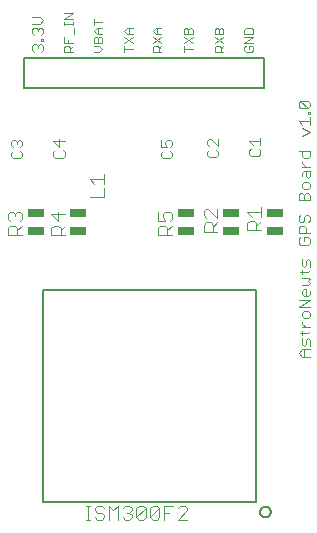
<source format=gto>
G75*
%MOIN*%
%OFA0B0*%
%FSLAX25Y25*%
%IPPOS*%
%LPD*%
%AMOC8*
5,1,8,0,0,1.08239X$1,22.5*
%
%ADD10C,0.00300*%
%ADD11C,0.00500*%
%ADD12C,0.00400*%
%ADD13R,0.05512X0.02559*%
D10*
X0013190Y0124430D02*
X0012573Y0125048D01*
X0012573Y0126282D01*
X0013190Y0126899D01*
X0013190Y0128113D02*
X0012573Y0128731D01*
X0012573Y0129965D01*
X0013190Y0130582D01*
X0013807Y0130582D01*
X0014424Y0129965D01*
X0015042Y0130582D01*
X0015659Y0130582D01*
X0016276Y0129965D01*
X0016276Y0128731D01*
X0015659Y0128113D01*
X0015659Y0126899D02*
X0016276Y0126282D01*
X0016276Y0125048D01*
X0015659Y0124430D01*
X0013190Y0124430D01*
X0014424Y0129348D02*
X0014424Y0129965D01*
X0026667Y0130201D02*
X0028519Y0128350D01*
X0028519Y0130818D01*
X0030370Y0130201D02*
X0026667Y0130201D01*
X0027285Y0127135D02*
X0026667Y0126518D01*
X0026667Y0125284D01*
X0027285Y0124667D01*
X0029753Y0124667D01*
X0030370Y0125284D01*
X0030370Y0126518D01*
X0029753Y0127135D01*
X0030244Y0160021D02*
X0030244Y0161472D01*
X0030727Y0161956D01*
X0031695Y0161956D01*
X0032179Y0161472D01*
X0032179Y0160021D01*
X0033146Y0160021D02*
X0030244Y0160021D01*
X0032179Y0160988D02*
X0033146Y0161956D01*
X0033146Y0162967D02*
X0030244Y0162967D01*
X0030244Y0164902D01*
X0031695Y0163935D02*
X0031695Y0162967D01*
X0033630Y0165914D02*
X0033630Y0167849D01*
X0033146Y0168860D02*
X0033146Y0169828D01*
X0033146Y0169344D02*
X0030244Y0169344D01*
X0030244Y0168860D02*
X0030244Y0169828D01*
X0030244Y0170825D02*
X0033146Y0172760D01*
X0030244Y0172760D01*
X0030244Y0170825D02*
X0033146Y0170825D01*
X0040086Y0170795D02*
X0040086Y0168860D01*
X0040086Y0169828D02*
X0042989Y0169828D01*
X0042989Y0167849D02*
X0041054Y0167849D01*
X0040086Y0166881D01*
X0041054Y0165914D01*
X0042989Y0165914D01*
X0042505Y0164902D02*
X0042989Y0164419D01*
X0042989Y0162967D01*
X0040086Y0162967D01*
X0040086Y0164419D01*
X0040570Y0164902D01*
X0041054Y0164902D01*
X0041537Y0164419D01*
X0041537Y0162967D01*
X0042021Y0161956D02*
X0040086Y0161956D01*
X0040086Y0160021D02*
X0042021Y0160021D01*
X0042989Y0160988D01*
X0042021Y0161956D01*
X0041537Y0164419D02*
X0042021Y0164902D01*
X0042505Y0164902D01*
X0041537Y0165914D02*
X0041537Y0167849D01*
X0050322Y0166881D02*
X0051290Y0167849D01*
X0053225Y0167849D01*
X0051774Y0167849D02*
X0051774Y0165914D01*
X0051290Y0165914D02*
X0050322Y0166881D01*
X0051290Y0165914D02*
X0053225Y0165914D01*
X0053225Y0164902D02*
X0050322Y0162967D01*
X0050322Y0161956D02*
X0050322Y0160021D01*
X0050322Y0160988D02*
X0053225Y0160988D01*
X0053225Y0162967D02*
X0050322Y0164902D01*
X0059771Y0164902D02*
X0062674Y0162967D01*
X0062674Y0161956D02*
X0061706Y0160988D01*
X0061706Y0161472D02*
X0061706Y0160021D01*
X0062674Y0160021D02*
X0059771Y0160021D01*
X0059771Y0161472D01*
X0060255Y0161956D01*
X0061222Y0161956D01*
X0061706Y0161472D01*
X0059771Y0162967D02*
X0062674Y0164902D01*
X0062674Y0165914D02*
X0060739Y0165914D01*
X0059771Y0166881D01*
X0060739Y0167849D01*
X0062674Y0167849D01*
X0061222Y0167849D02*
X0061222Y0165914D01*
X0070204Y0165914D02*
X0070204Y0167365D01*
X0070688Y0167849D01*
X0071172Y0167849D01*
X0071655Y0167365D01*
X0071655Y0165914D01*
X0070204Y0165914D02*
X0073107Y0165914D01*
X0073107Y0167365D01*
X0072623Y0167849D01*
X0072139Y0167849D01*
X0071655Y0167365D01*
X0070204Y0164902D02*
X0073107Y0162967D01*
X0073107Y0164902D02*
X0070204Y0162967D01*
X0070204Y0161956D02*
X0070204Y0160021D01*
X0070204Y0160988D02*
X0073107Y0160988D01*
X0080440Y0161472D02*
X0080440Y0160021D01*
X0083343Y0160021D01*
X0082375Y0160021D02*
X0082375Y0161472D01*
X0081892Y0161956D01*
X0080924Y0161956D01*
X0080440Y0161472D01*
X0080440Y0162967D02*
X0083343Y0164902D01*
X0083343Y0165914D02*
X0083343Y0167365D01*
X0082859Y0167849D01*
X0082375Y0167849D01*
X0081892Y0167365D01*
X0081892Y0165914D01*
X0083343Y0165914D02*
X0080440Y0165914D01*
X0080440Y0167365D01*
X0080924Y0167849D01*
X0081408Y0167849D01*
X0081892Y0167365D01*
X0080440Y0164902D02*
X0083343Y0162967D01*
X0083343Y0161956D02*
X0082375Y0160988D01*
X0090283Y0160505D02*
X0090767Y0160021D01*
X0092702Y0160021D01*
X0093185Y0160505D01*
X0093185Y0161472D01*
X0092702Y0161956D01*
X0091734Y0161956D01*
X0091734Y0160988D01*
X0090767Y0161956D02*
X0090283Y0161472D01*
X0090283Y0160505D01*
X0090283Y0162967D02*
X0093185Y0164902D01*
X0090283Y0164902D01*
X0090283Y0165914D02*
X0090283Y0167365D01*
X0090767Y0167849D01*
X0092702Y0167849D01*
X0093185Y0167365D01*
X0093185Y0165914D01*
X0090283Y0165914D01*
X0090283Y0162967D02*
X0093185Y0162967D01*
X0108997Y0143589D02*
X0111466Y0141120D01*
X0112083Y0141737D01*
X0112083Y0142972D01*
X0111466Y0143589D01*
X0108997Y0143589D01*
X0108380Y0142972D01*
X0108380Y0141737D01*
X0108997Y0141120D01*
X0111466Y0141120D01*
X0111466Y0139896D02*
X0112083Y0139896D01*
X0112083Y0139278D01*
X0111466Y0139278D01*
X0111466Y0139896D01*
X0112083Y0138064D02*
X0112083Y0135595D01*
X0112083Y0136830D02*
X0108380Y0136830D01*
X0109614Y0135595D01*
X0109614Y0134381D02*
X0112083Y0133146D01*
X0109614Y0131912D01*
X0109614Y0127015D02*
X0109614Y0125163D01*
X0110231Y0124546D01*
X0111466Y0124546D01*
X0112083Y0125163D01*
X0112083Y0127015D01*
X0108380Y0127015D01*
X0109614Y0123328D02*
X0109614Y0122711D01*
X0110849Y0121477D01*
X0110849Y0120262D02*
X0110849Y0118411D01*
X0111466Y0117793D01*
X0112083Y0118411D01*
X0112083Y0120262D01*
X0110231Y0120262D01*
X0109614Y0119645D01*
X0109614Y0118411D01*
X0110231Y0116579D02*
X0109614Y0115962D01*
X0109614Y0114727D01*
X0110231Y0114110D01*
X0111466Y0114110D01*
X0112083Y0114727D01*
X0112083Y0115962D01*
X0111466Y0116579D01*
X0110231Y0116579D01*
X0109614Y0112896D02*
X0108997Y0112896D01*
X0108380Y0112279D01*
X0108380Y0110427D01*
X0112083Y0110427D01*
X0112083Y0112279D01*
X0111466Y0112896D01*
X0110849Y0112896D01*
X0110231Y0112279D01*
X0110231Y0110427D01*
X0110231Y0112279D02*
X0109614Y0112896D01*
X0108997Y0105530D02*
X0108380Y0104912D01*
X0108380Y0103678D01*
X0108997Y0103061D01*
X0109614Y0103061D01*
X0110231Y0103678D01*
X0110231Y0104912D01*
X0110849Y0105530D01*
X0111466Y0105530D01*
X0112083Y0104912D01*
X0112083Y0103678D01*
X0111466Y0103061D01*
X0110231Y0101846D02*
X0110849Y0101229D01*
X0110849Y0099378D01*
X0112083Y0099378D02*
X0108380Y0099378D01*
X0108380Y0101229D01*
X0108997Y0101846D01*
X0110231Y0101846D01*
X0110231Y0098163D02*
X0110231Y0096929D01*
X0110231Y0098163D02*
X0111466Y0098163D01*
X0112083Y0097546D01*
X0112083Y0096312D01*
X0111466Y0095695D01*
X0108997Y0095695D01*
X0108380Y0096312D01*
X0108380Y0097546D01*
X0108997Y0098163D01*
X0109614Y0090797D02*
X0109614Y0088945D01*
X0110231Y0088328D01*
X0110849Y0088945D01*
X0110849Y0090180D01*
X0111466Y0090797D01*
X0112083Y0090180D01*
X0112083Y0088328D01*
X0112083Y0087107D02*
X0111466Y0086490D01*
X0108997Y0086490D01*
X0109614Y0085873D02*
X0109614Y0087107D01*
X0109614Y0084658D02*
X0111466Y0084658D01*
X0112083Y0084041D01*
X0111466Y0083424D01*
X0112083Y0082807D01*
X0111466Y0082190D01*
X0109614Y0082190D01*
X0110231Y0080975D02*
X0110849Y0080975D01*
X0110849Y0078506D01*
X0111466Y0078506D02*
X0110231Y0078506D01*
X0109614Y0079124D01*
X0109614Y0080358D01*
X0110231Y0080975D01*
X0112083Y0079124D02*
X0111466Y0078506D01*
X0112083Y0079124D02*
X0112083Y0080358D01*
X0112083Y0077292D02*
X0108380Y0077292D01*
X0108380Y0074823D02*
X0112083Y0077292D01*
X0112083Y0074823D02*
X0108380Y0074823D01*
X0109614Y0072992D02*
X0109614Y0071757D01*
X0110231Y0071140D01*
X0111466Y0071140D01*
X0112083Y0071757D01*
X0112083Y0072992D01*
X0111466Y0073609D01*
X0110231Y0073609D01*
X0109614Y0072992D01*
X0109614Y0069923D02*
X0109614Y0069305D01*
X0110849Y0068071D01*
X0112083Y0068071D02*
X0109614Y0068071D01*
X0109614Y0066850D02*
X0109614Y0065616D01*
X0108997Y0066233D02*
X0111466Y0066233D01*
X0112083Y0066850D01*
X0111466Y0064401D02*
X0110849Y0063784D01*
X0110849Y0062550D01*
X0110231Y0061932D01*
X0109614Y0062550D01*
X0109614Y0064401D01*
X0111466Y0064401D02*
X0112083Y0063784D01*
X0112083Y0061932D01*
X0112083Y0060718D02*
X0109614Y0060718D01*
X0108380Y0059484D01*
X0109614Y0058249D01*
X0112083Y0058249D01*
X0110231Y0058249D02*
X0110231Y0060718D01*
X0109614Y0121477D02*
X0112083Y0121477D01*
X0095685Y0125835D02*
X0095685Y0127069D01*
X0095068Y0127686D01*
X0095685Y0128901D02*
X0095685Y0131370D01*
X0095685Y0130135D02*
X0091982Y0130135D01*
X0093217Y0128901D01*
X0092599Y0127686D02*
X0091982Y0127069D01*
X0091982Y0125835D01*
X0092599Y0125218D01*
X0095068Y0125218D01*
X0095685Y0125835D01*
X0081552Y0125441D02*
X0081552Y0126676D01*
X0080934Y0127293D01*
X0081552Y0128507D02*
X0079083Y0130976D01*
X0078466Y0130976D01*
X0077848Y0130359D01*
X0077848Y0129124D01*
X0078466Y0128507D01*
X0078466Y0127293D02*
X0077848Y0126676D01*
X0077848Y0125441D01*
X0078466Y0124824D01*
X0080934Y0124824D01*
X0081552Y0125441D01*
X0081552Y0128507D02*
X0081552Y0130976D01*
X0066237Y0129965D02*
X0066237Y0128731D01*
X0065619Y0128113D01*
X0065619Y0126899D02*
X0066237Y0126282D01*
X0066237Y0125048D01*
X0065619Y0124430D01*
X0063151Y0124430D01*
X0062533Y0125048D01*
X0062533Y0126282D01*
X0063151Y0126899D01*
X0062533Y0128113D02*
X0064385Y0128113D01*
X0063768Y0129348D01*
X0063768Y0129965D01*
X0064385Y0130582D01*
X0065619Y0130582D01*
X0066237Y0129965D01*
X0062533Y0130582D02*
X0062533Y0128113D01*
X0023304Y0160638D02*
X0022686Y0160021D01*
X0023304Y0160638D02*
X0023304Y0161872D01*
X0022686Y0162490D01*
X0022069Y0162490D01*
X0021452Y0161872D01*
X0021452Y0161255D01*
X0021452Y0161872D02*
X0020835Y0162490D01*
X0020218Y0162490D01*
X0019600Y0161872D01*
X0019600Y0160638D01*
X0020218Y0160021D01*
X0022686Y0163704D02*
X0022686Y0164321D01*
X0023304Y0164321D01*
X0023304Y0163704D01*
X0022686Y0163704D01*
X0022686Y0165546D02*
X0023304Y0166163D01*
X0023304Y0167397D01*
X0022686Y0168014D01*
X0022069Y0168014D01*
X0021452Y0167397D01*
X0021452Y0166780D01*
X0021452Y0167397D02*
X0020835Y0168014D01*
X0020218Y0168014D01*
X0019600Y0167397D01*
X0019600Y0166163D01*
X0020218Y0165546D01*
X0019600Y0169229D02*
X0022069Y0169229D01*
X0023304Y0170463D01*
X0022069Y0171698D01*
X0019600Y0171698D01*
D11*
X0023335Y0080619D02*
X0023335Y0009753D01*
X0094202Y0009753D01*
X0094202Y0080619D01*
X0023335Y0080619D01*
X0016879Y0147784D02*
X0016879Y0157784D01*
X0096879Y0157784D01*
X0096879Y0147784D01*
X0016879Y0147784D01*
X0095590Y0006603D02*
X0095592Y0006687D01*
X0095598Y0006770D01*
X0095608Y0006854D01*
X0095622Y0006936D01*
X0095640Y0007018D01*
X0095661Y0007099D01*
X0095687Y0007179D01*
X0095716Y0007257D01*
X0095749Y0007335D01*
X0095786Y0007410D01*
X0095826Y0007483D01*
X0095870Y0007555D01*
X0095917Y0007624D01*
X0095967Y0007692D01*
X0096020Y0007756D01*
X0096077Y0007818D01*
X0096136Y0007877D01*
X0096198Y0007934D01*
X0096262Y0007987D01*
X0096330Y0008037D01*
X0096399Y0008084D01*
X0096470Y0008128D01*
X0096544Y0008168D01*
X0096619Y0008205D01*
X0096697Y0008238D01*
X0096775Y0008267D01*
X0096855Y0008293D01*
X0096936Y0008314D01*
X0097018Y0008332D01*
X0097100Y0008346D01*
X0097184Y0008356D01*
X0097267Y0008362D01*
X0097351Y0008364D01*
X0097435Y0008362D01*
X0097518Y0008356D01*
X0097602Y0008346D01*
X0097684Y0008332D01*
X0097766Y0008314D01*
X0097847Y0008293D01*
X0097927Y0008267D01*
X0098005Y0008238D01*
X0098083Y0008205D01*
X0098158Y0008168D01*
X0098231Y0008128D01*
X0098303Y0008084D01*
X0098372Y0008037D01*
X0098440Y0007987D01*
X0098504Y0007934D01*
X0098566Y0007877D01*
X0098625Y0007818D01*
X0098682Y0007756D01*
X0098735Y0007692D01*
X0098785Y0007624D01*
X0098832Y0007555D01*
X0098876Y0007484D01*
X0098916Y0007410D01*
X0098953Y0007335D01*
X0098986Y0007257D01*
X0099015Y0007179D01*
X0099041Y0007099D01*
X0099062Y0007018D01*
X0099080Y0006936D01*
X0099094Y0006854D01*
X0099104Y0006770D01*
X0099110Y0006687D01*
X0099112Y0006603D01*
X0099110Y0006519D01*
X0099104Y0006436D01*
X0099094Y0006352D01*
X0099080Y0006270D01*
X0099062Y0006188D01*
X0099041Y0006107D01*
X0099015Y0006027D01*
X0098986Y0005949D01*
X0098953Y0005871D01*
X0098916Y0005796D01*
X0098876Y0005723D01*
X0098832Y0005651D01*
X0098785Y0005582D01*
X0098735Y0005514D01*
X0098682Y0005450D01*
X0098625Y0005388D01*
X0098566Y0005329D01*
X0098504Y0005272D01*
X0098440Y0005219D01*
X0098372Y0005169D01*
X0098303Y0005122D01*
X0098232Y0005078D01*
X0098158Y0005038D01*
X0098083Y0005001D01*
X0098005Y0004968D01*
X0097927Y0004939D01*
X0097847Y0004913D01*
X0097766Y0004892D01*
X0097684Y0004874D01*
X0097602Y0004860D01*
X0097518Y0004850D01*
X0097435Y0004844D01*
X0097351Y0004842D01*
X0097267Y0004844D01*
X0097184Y0004850D01*
X0097100Y0004860D01*
X0097018Y0004874D01*
X0096936Y0004892D01*
X0096855Y0004913D01*
X0096775Y0004939D01*
X0096697Y0004968D01*
X0096619Y0005001D01*
X0096544Y0005038D01*
X0096471Y0005078D01*
X0096399Y0005122D01*
X0096330Y0005169D01*
X0096262Y0005219D01*
X0096198Y0005272D01*
X0096136Y0005329D01*
X0096077Y0005388D01*
X0096020Y0005450D01*
X0095967Y0005514D01*
X0095917Y0005582D01*
X0095870Y0005651D01*
X0095826Y0005722D01*
X0095786Y0005796D01*
X0095749Y0005871D01*
X0095716Y0005949D01*
X0095687Y0006027D01*
X0095661Y0006107D01*
X0095640Y0006188D01*
X0095622Y0006270D01*
X0095608Y0006352D01*
X0095598Y0006436D01*
X0095592Y0006519D01*
X0095590Y0006603D01*
D12*
X0071213Y0007038D02*
X0071213Y0007805D01*
X0070446Y0008572D01*
X0068911Y0008572D01*
X0068144Y0007805D01*
X0066609Y0008572D02*
X0063540Y0008572D01*
X0063540Y0003969D01*
X0062005Y0004736D02*
X0061238Y0003969D01*
X0059703Y0003969D01*
X0058936Y0004736D01*
X0062005Y0007805D01*
X0062005Y0004736D01*
X0063540Y0006270D02*
X0065075Y0006270D01*
X0068144Y0003969D02*
X0071213Y0007038D01*
X0071213Y0003969D02*
X0068144Y0003969D01*
X0062005Y0007805D02*
X0061238Y0008572D01*
X0059703Y0008572D01*
X0058936Y0007805D01*
X0058936Y0004736D01*
X0057402Y0004736D02*
X0056634Y0003969D01*
X0055100Y0003969D01*
X0054332Y0004736D01*
X0057402Y0007805D01*
X0057402Y0004736D01*
X0057402Y0007805D02*
X0056634Y0008572D01*
X0055100Y0008572D01*
X0054332Y0007805D01*
X0054332Y0004736D01*
X0052798Y0004736D02*
X0052030Y0003969D01*
X0050496Y0003969D01*
X0049728Y0004736D01*
X0048194Y0003969D02*
X0048194Y0008572D01*
X0046659Y0007038D01*
X0045124Y0008572D01*
X0045124Y0003969D01*
X0043590Y0004736D02*
X0042822Y0003969D01*
X0041288Y0003969D01*
X0040520Y0004736D01*
X0038986Y0003969D02*
X0037451Y0003969D01*
X0038219Y0003969D02*
X0038219Y0008572D01*
X0038986Y0008572D02*
X0037451Y0008572D01*
X0040520Y0007805D02*
X0040520Y0007038D01*
X0041288Y0006270D01*
X0042822Y0006270D01*
X0043590Y0005503D01*
X0043590Y0004736D01*
X0043590Y0007805D02*
X0042822Y0008572D01*
X0041288Y0008572D01*
X0040520Y0007805D01*
X0049728Y0007805D02*
X0050496Y0008572D01*
X0052030Y0008572D01*
X0052798Y0007805D01*
X0052798Y0007038D01*
X0052030Y0006270D01*
X0052798Y0005503D01*
X0052798Y0004736D01*
X0052030Y0006270D02*
X0051263Y0006270D01*
X0061547Y0098942D02*
X0061547Y0101244D01*
X0062315Y0102011D01*
X0063849Y0102011D01*
X0064617Y0101244D01*
X0064617Y0098942D01*
X0066151Y0098942D02*
X0061547Y0098942D01*
X0064617Y0100476D02*
X0066151Y0102011D01*
X0065384Y0103546D02*
X0066151Y0104313D01*
X0066151Y0105848D01*
X0065384Y0106615D01*
X0063849Y0106615D01*
X0063082Y0105848D01*
X0063082Y0105080D01*
X0063849Y0103546D01*
X0061547Y0103546D01*
X0061547Y0106615D01*
X0076736Y0106930D02*
X0076736Y0105395D01*
X0077504Y0104628D01*
X0077504Y0103093D02*
X0079038Y0103093D01*
X0079806Y0102326D01*
X0079806Y0100024D01*
X0079806Y0101558D02*
X0081340Y0103093D01*
X0081340Y0104628D02*
X0078271Y0107697D01*
X0077504Y0107697D01*
X0076736Y0106930D01*
X0077504Y0103093D02*
X0076736Y0102326D01*
X0076736Y0100024D01*
X0081340Y0100024D01*
X0081340Y0104628D02*
X0081340Y0107697D01*
X0091264Y0106556D02*
X0095868Y0106556D01*
X0095868Y0105021D02*
X0095868Y0108091D01*
X0095868Y0103487D02*
X0094333Y0101952D01*
X0094333Y0102719D02*
X0094333Y0100417D01*
X0095868Y0100417D02*
X0091264Y0100417D01*
X0091264Y0102719D01*
X0092031Y0103487D01*
X0093566Y0103487D01*
X0094333Y0102719D01*
X0092798Y0105021D02*
X0091264Y0106556D01*
X0043372Y0111429D02*
X0043372Y0114498D01*
X0043372Y0116033D02*
X0043372Y0119102D01*
X0043372Y0117568D02*
X0038768Y0117568D01*
X0040302Y0116033D01*
X0038768Y0111429D02*
X0043372Y0111429D01*
X0030600Y0105848D02*
X0025996Y0105848D01*
X0028298Y0103546D01*
X0028298Y0106615D01*
X0028298Y0102011D02*
X0026763Y0102011D01*
X0025996Y0101244D01*
X0025996Y0098942D01*
X0030600Y0098942D01*
X0029065Y0098942D02*
X0029065Y0101244D01*
X0028298Y0102011D01*
X0029065Y0100476D02*
X0030600Y0102011D01*
X0016191Y0102011D02*
X0014656Y0100476D01*
X0014656Y0101244D02*
X0014656Y0098942D01*
X0016191Y0098942D02*
X0011587Y0098942D01*
X0011587Y0101244D01*
X0012354Y0102011D01*
X0013889Y0102011D01*
X0014656Y0101244D01*
X0015423Y0103546D02*
X0016191Y0104313D01*
X0016191Y0105848D01*
X0015423Y0106615D01*
X0014656Y0106615D01*
X0013889Y0105848D01*
X0013889Y0105080D01*
X0013889Y0105848D02*
X0013121Y0106615D01*
X0012354Y0106615D01*
X0011587Y0105848D01*
X0011587Y0104313D01*
X0012354Y0103546D01*
D13*
X0020861Y0106138D03*
X0020861Y0100338D03*
X0034877Y0100338D03*
X0034877Y0106138D03*
X0070822Y0106138D03*
X0070822Y0100338D03*
X0085928Y0100297D03*
X0085928Y0106097D03*
X0100456Y0106097D03*
X0100456Y0100297D03*
M02*

</source>
